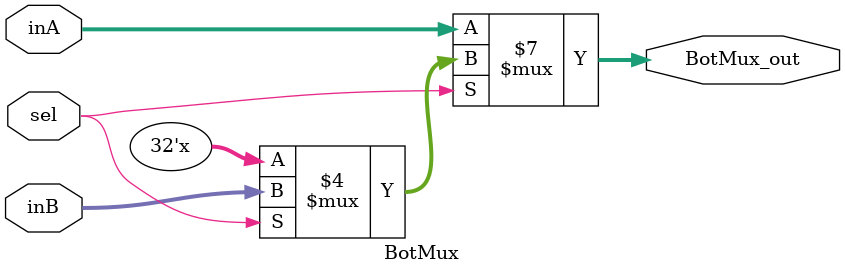
<source format=v>
`timescale 1ns / 1ps

module BotMux(BotMux_out, inA, inB, sel);

    output reg [31:0] BotMux_out;
    
    input [31:0] inA;
    input [31:0] inB;
    input sel;

    /* Fill in the implementation here ... */ 
    always@(sel,inA,inB) begin
        if (sel==0) begin
            BotMux_out<=inA;
        end
        else if (sel==1) begin
            BotMux_out<=inB;
        end
    end
endmodule



/*
`timescale 1ns / 1ps
//////////////////////////////////////////////////////////////////////////////////
// Company: 
// Engineer: 
// 
// Create Date: 10/14/2018 07:57:12 PM
// Design Name: 
// Module Name: BotMux
// Project Name: 
// Target Devices: 
// Tool Versions: 
// Description: 
// 
// Dependencies: 
// 
// Revision:
// Revision 0.01 - File Created
// Additional Comments:
// 
//////////////////////////////////////////////////////////////////////////////////


module BotMux(out,ReadData2_out,SignExtension_out,ALUResult_out,WriteData,ALUSrc1,ForwardB_signal);

    output reg [31:0] out;
    
    input [31:0] ReadData2_out,ALUResult_out,SignExtension_out,WriteData;
    input ALUSrc1;
    input[1:0] ForwardB_signal;

  
    always@(ReadData2_out,SignExtension_out,ALUResult_out,WriteData,ALUSrc1,ForwardB_signal) begin
        if(ForwardB_signal==2'b00) begin
            if(ALUSrc1==1) begin
                out<=ReadData2_out; //Rs
            end
            else if (ALUSrc1==0) begin
                out<=SignExtension_out; //Signextension
            end
        end
        
        else if (ForwardB_signal==2'b10) begin
            out<=ALUResult_out; //EX Mem.Rd
        end
        else if (ForwardB_signal==2'b01) begin
            out<=WriteData; //MEM Wb.Rd
        end
        
    end
endmodule

*/
</source>
